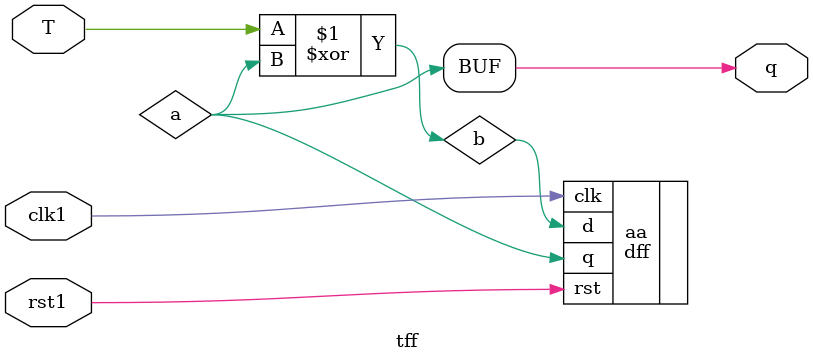
<source format=v>
module tff(output reg q,input clk1,rst1,T);
wire a,b;
assign b=T^a;
always@(*)
	q=a;
dff aa(.q(a), .d(b), .clk(clk1), .rst(rst1));
endmodule

</source>
